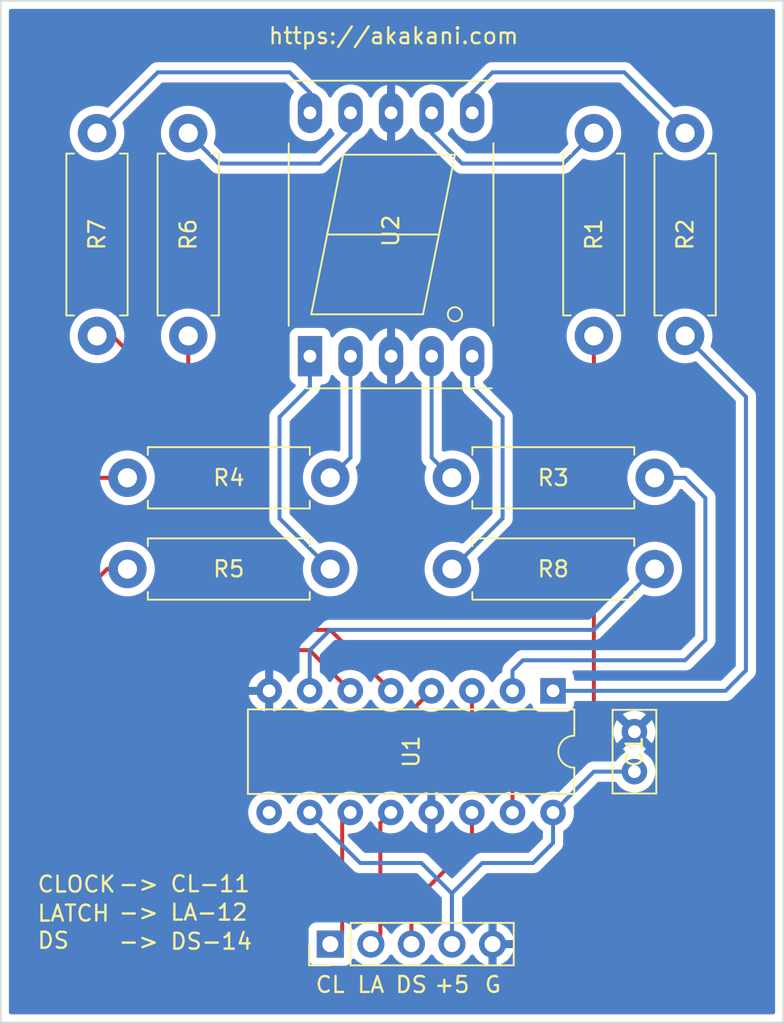
<source format=kicad_pcb>
(kicad_pcb (version 20211014) (generator pcbnew)
  (layers (0 "F.Cu" signal) (31 "B.Cu" signal) (36 "B.SilkS" user "B.Silkscreen") (37 "F.SilkS" user "F.Silkscreen") (38 "B.Mask" user) (39 "F.Mask" user) (44 "Edge.Cuts" user))
  (net 0 "")
  (net 1 "Net-(R2-Pad2)")
  (net 2 "Net-(R3-Pad2)")
  (net 3 "Net-(R4-Pad2)")
  (net 4 "Net-(R5-Pad2)")
  (net 5 "Net-(R6-Pad2)")
  (net 6 "Net-(R7-Pad2)")
  (net 7 "Net-(R8-Pad2)")
  (net 8 "GND")
  (net 10 "Net-(C1-Pad1)")
  (net 11 "Net-(R1-Pad2)")
  (net 12 "Net-(R5-Pad1)")
  (net 13 "Net-(R4-Pad1)")
  (net 14 "Net-(R3-Pad1)")
  (net 15 "Net-(R8-Pad1)")
  (net 16 "Net-(R2-Pad1)")
  (net 17 "Net-(R1-Pad1)")
  (net 18 "Net-(R6-Pad1)")
  (net 19 "Net-(R7-Pad1)")
  (net 20 "Net-(J1-Pad1)")
  (net 21 "Net-(J1-Pad2)")
  (net 22 "Net-(J1-Pad3)")
  (footprint "Capacitor_THT:C_Disc_D5.0mm_W2.5mm_P2.50mm" (layer "F.Cu") (at 157.48 74.285 90)
    (fp_text reference "C1" (at 1.25 0 90) (layer "F.SilkS"))
    (fp_text value "0.1uF" hide)
    (fp_line (start -1.37 -1.37) (end -1.37 1.37) (layer "F.SilkS") (width 0.12))
    (fp_line (start -1.37 1.37) (end 3.87 1.37) (layer "F.SilkS") (width 0.12))
    (fp_line (start 3.87 -1.37) (end 3.87 1.37) (layer "F.SilkS") (width 0.12))
    (fp_line (start -1.37 -1.37) (end 3.87 -1.37) (layer "F.SilkS") (width 0.12))
    (pad "1" thru_hole circle (at 0 0 90) (size 1.6 1.6) (drill 0.8) (layers *.Cu *.Mask) (net 10 "Net-(C1-Pad1)"))
    (pad "2" thru_hole circle (at 2.5 0 90) (size 1.6 1.6) (drill 0.8) (layers *.Cu *.Mask) (net 8 "GND"))
  )
  (footprint "Resistor_THT:R_Axial_DIN0411_L9.9mm_D3.6mm_P12.70mm_Horizontal" (layer "F.Cu") (at 160.655 34.29 -90)
    (fp_text reference "R2" (at 6.35 0 90) (layer "F.SilkS"))
    (fp_text value "3.3K" hide)
    (fp_line (start 1.28 -1.44) (end 1.28 -1.92) (layer "F.SilkS") (width 0.12))
    (fp_line (start 11.42 -1.92) (end 11.42 -1.44) (layer "F.SilkS") (width 0.12))
    (fp_line (start 11.42 1.92) (end 11.42 1.44) (layer "F.SilkS") (width 0.12))
    (fp_line (start 1.28 1.44) (end 1.28 1.92) (layer "F.SilkS") (width 0.12))
    (fp_line (start 1.28 -1.92) (end 11.42 -1.92) (layer "F.SilkS") (width 0.12))
    (fp_line (start 1.28 1.92) (end 11.42 1.92) (layer "F.SilkS") (width 0.12))
    (pad "1" thru_hole circle (at 0 0 270) (size 2.4 2.4) (drill 1.2) (layers *.Cu *.Mask) (net 16 "Net-(R2-Pad1)"))
    (pad "2" thru_hole oval (at 12.7 0 270) (size 2.4 2.4) (drill 1.2) (layers *.Cu *.Mask) (net 1 "Net-(R2-Pad2)"))
  )
  (footprint "Resistor_THT:R_Axial_DIN0411_L9.9mm_D3.6mm_P12.70mm_Horizontal" (layer "F.Cu") (at 129.54 34.29 -90)
    (fp_text reference "R6" (at 6.35 0 90) (layer "F.SilkS"))
    (fp_text value "3.3K" hide)
    (fp_line (start 1.28 1.44) (end 1.28 1.92) (layer "F.SilkS") (width 0.12))
    (fp_line (start 11.42 -1.92) (end 11.42 -1.44) (layer "F.SilkS") (width 0.12))
    (fp_line (start 1.28 1.92) (end 11.42 1.92) (layer "F.SilkS") (width 0.12))
    (fp_line (start 11.42 1.92) (end 11.42 1.44) (layer "F.SilkS") (width 0.12))
    (fp_line (start 1.28 -1.92) (end 11.42 -1.92) (layer "F.SilkS") (width 0.12))
    (fp_line (start 1.28 -1.44) (end 1.28 -1.92) (layer "F.SilkS") (width 0.12))
    (pad "1" thru_hole circle (at 0 0 270) (size 2.4 2.4) (drill 1.2) (layers *.Cu *.Mask) (net 18 "Net-(R6-Pad1)"))
    (pad "2" thru_hole oval (at 12.7 0 270) (size 2.4 2.4) (drill 1.2) (layers *.Cu *.Mask) (net 5 "Net-(R6-Pad2)"))
  )
  (footprint "Display_7Segment:7SegmentLED_LTS6760_LTS6780" (layer "F.Cu") (at 137.16 48.26 90)
    (fp_text reference "U2" (at 7.85 5.07 90) (layer "F.SilkS"))
    (fp_text value "D148K" hide)
    (fp_line (start 2.62 0.08) (end 2.62 7.08) (layer "F.SilkS") (width 0.12))
    (fp_line (start 17.255 11.38) (end 17.255 -1.22) (layer "F.SilkS") (width 0.12))
    (fp_line (start 7.62 1.08) (end 2.62 0.08) (layer "F.SilkS") (width 0.12))
    (fp_line (start 12.62 2.08) (end 7.62 1.08) (layer "F.SilkS") (width 0.12))
    (fp_line (start -2.015 -0.22) (end -2.015 11.38) (layer "F.SilkS") (width 0.12))
    (fp_line (start 1.905 -1.33) (end 13.335 -1.33) (layer "F.SilkS") (width 0.12))
    (fp_line (start 1.905 11.49) (end 13.335 11.49) (layer "F.SilkS") (width 0.12))
    (fp_line (start 7.62 8.08) (end 7.62 1.08) (layer "F.SilkS") (width 0.12))
    (fp_line (start 12.62 2.08) (end 12.62 9.08) (layer "F.SilkS") (width 0.12))
    (fp_line (start 12.62 9.08) (end 7.62 8.08) (layer "F.SilkS") (width 0.12))
    (fp_line (start 2.62 7.08) (end 7.62 8.08) (layer "F.SilkS") (width 0.12))
    (fp_circle (center 2.62 9.08) (end 3.067214 9.08) (layer "F.SilkS") (width 0.12) (fill none))
    (pad "1" thru_hole rect (at 0 0) (size 1.524 2.524) (drill 0.8) (layers *.Cu *.Mask) (net 12 "Net-(R5-Pad1)"))
    (pad "2" thru_hole oval (at 0 2.54) (size 1.524 2.524) (drill 0.8) (layers *.Cu *.Mask) (net 13 "Net-(R4-Pad1)"))
    (pad "3" thru_hole oval (at 0 5.08) (size 1.524 2.524) (drill 0.8) (layers *.Cu *.Mask) (net 8 "GND"))
    (pad "4" thru_hole oval (at 0 7.62) (size 1.524 2.524) (drill 0.8) (layers *.Cu *.Mask) (net 14 "Net-(R3-Pad1)"))
    (pad "5" thru_hole oval (at 0 10.16) (size 1.524 2.524) (drill 0.8) (layers *.Cu *.Mask) (net 15 "Net-(R8-Pad1)"))
    (pad "6" thru_hole oval (at 15.24 10.16) (size 1.524 2.524) (drill 0.8) (layers *.Cu *.Mask) (net 16 "Net-(R2-Pad1)"))
    (pad "7" thru_hole oval (at 15.24 7.62) (size 1.524 2.524) (drill 0.8) (layers *.Cu *.Mask) (net 17 "Net-(R1-Pad1)"))
    (pad "8" thru_hole oval (at 15.24 5.08) (size 1.524 2.524) (drill 0.8) (layers *.Cu *.Mask) (net 8 "GND"))
    (pad "9" thru_hole oval (at 15.24 2.54) (size 1.524 2.524) (drill 0.8) (layers *.Cu *.Mask) (net 18 "Net-(R6-Pad1)"))
    (pad "10" thru_hole oval (at 15.24 0) (size 1.524 2.524) (drill 0.8) (layers *.Cu *.Mask) (net 19 "Net-(R7-Pad1)"))
  )
  (footprint "Resistor_THT:R_Axial_DIN0411_L9.9mm_D3.6mm_P12.70mm_Horizontal" (layer "F.Cu") (at 138.43 55.88 180)
    (fp_text reference "R4" (at 6.35 0) (layer "F.SilkS"))
    (fp_text value "3.3K" hide)
    (fp_line (start 1.28 -1.92) (end 11.42 -1.92) (layer "F.SilkS") (width 0.12))
    (fp_line (start 11.42 1.92) (end 11.42 1.44) (layer "F.SilkS") (width 0.12))
    (fp_line (start 1.28 1.92) (end 11.42 1.92) (layer "F.SilkS") (width 0.12))
    (fp_line (start 11.42 -1.92) (end 11.42 -1.44) (layer "F.SilkS") (width 0.12))
    (fp_line (start 1.28 1.44) (end 1.28 1.92) (layer "F.SilkS") (width 0.12))
    (fp_line (start 1.28 -1.44) (end 1.28 -1.92) (layer "F.SilkS") (width 0.12))
    (pad "1" thru_hole circle (at 0 0 180) (size 2.4 2.4) (drill 1.2) (layers *.Cu *.Mask) (net 13 "Net-(R4-Pad1)"))
    (pad "2" thru_hole oval (at 12.7 0 180) (size 2.4 2.4) (drill 1.2) (layers *.Cu *.Mask) (net 3 "Net-(R4-Pad2)"))
  )
  (footprint "Package_DIP:DIP-16_W7.62mm" (layer "F.Cu") (at 152.385 69.225 -90)
    (fp_text reference "U1" (at 3.81 8.875 90) (layer "F.SilkS"))
    (fp_text value "74HC595" hide)
    (fp_line (start 6.46 -1.33) (end 4.81 -1.33) (layer "F.SilkS") (width 0.12))
    (fp_line (start 1.16 19.11) (end 6.46 19.11) (layer "F.SilkS") (width 0.12))
    (fp_line (start 6.46 19.11) (end 6.46 -1.33) (layer "F.SilkS") (width 0.12))
    (fp_line (start 2.81 -1.33) (end 1.16 -1.33) (layer "F.SilkS") (width 0.12))
    (fp_line (start 1.16 -1.33) (end 1.16 19.11) (layer "F.SilkS") (width 0.12))
    (fp_arc (start 4.81 -1.33) (mid 3.81 -0.33) (end 2.81 -1.33) (layer "F.SilkS") (width 0.12))
    (pad "1" thru_hole rect (at 0 0 270) (size 1.6 1.6) (drill 0.8) (layers *.Cu *.Mask) (net 1 "Net-(R2-Pad2)"))
    (pad "2" thru_hole oval (at 0 2.54 270) (size 1.6 1.6) (drill 0.8) (layers *.Cu *.Mask) (net 2 "Net-(R3-Pad2)"))
    (pad "3" thru_hole oval (at 0 5.08 270) (size 1.6 1.6) (drill 0.8) (layers *.Cu *.Mask) (net 3 "Net-(R4-Pad2)"))
    (pad "4" thru_hole oval (at 0 7.62 270) (size 1.6 1.6) (drill 0.8) (layers *.Cu *.Mask) (net 4 "Net-(R5-Pad2)"))
    (pad "5" thru_hole oval (at 0 10.16 270) (size 1.6 1.6) (drill 0.8) (layers *.Cu *.Mask) (net 5 "Net-(R6-Pad2)"))
    (pad "6" thru_hole oval (at 0 12.7 270) (size 1.6 1.6) (drill 0.8) (layers *.Cu *.Mask) (net 6 "Net-(R7-Pad2)"))
    (pad "7" thru_hole oval (at 0 15.24 270) (size 1.6 1.6) (drill 0.8) (layers *.Cu *.Mask) (net 7 "Net-(R8-Pad2)"))
    (pad "8" thru_hole oval (at 0 17.78 270) (size 1.6 1.6) (drill 0.8) (layers *.Cu *.Mask) (net 8 "GND"))
    (pad "9" thru_hole oval (at 7.62 17.78 270) (size 1.6 1.6) (drill 0.8) (layers *.Cu *.Mask))
    (pad "10" thru_hole oval (at 7.62 15.24 270) (size 1.6 1.6) (drill 0.8) (layers *.Cu *.Mask) (net 10 "Net-(C1-Pad1)"))
    (pad "11" thru_hole oval (at 7.62 12.7 270) (size 1.6 1.6) (drill 0.8) (layers *.Cu *.Mask) (net 20 "Net-(J1-Pad1)"))
    (pad "12" thru_hole oval (at 7.62 10.16 270) (size 1.6 1.6) (drill 0.8) (layers *.Cu *.Mask) (net 21 "Net-(J1-Pad2)"))
    (pad "13" thru_hole oval (at 7.62 7.62 270) (size 1.6 1.6) (drill 0.8) (layers *.Cu *.Mask) (net 8 "GND"))
    (pad "14" thru_hole oval (at 7.62 5.08 270) (size 1.6 1.6) (drill 0.8) (layers *.Cu *.Mask) (net 22 "Net-(J1-Pad3)"))
    (pad "15" thru_hole oval (at 7.62 2.54 270) (size 1.6 1.6) (drill 0.8) (layers *.Cu *.Mask) (net 11 "Net-(R1-Pad2)"))
    (pad "16" thru_hole oval (at 7.62 0 270) (size 1.6 1.6) (drill 0.8) (layers *.Cu *.Mask) (net 10 "Net-(C1-Pad1)"))
  )
  (footprint "Resistor_THT:R_Axial_DIN0411_L9.9mm_D3.6mm_P12.70mm_Horizontal" (layer "F.Cu") (at 146.05 55.88)
    (fp_text reference "R3" (at 6.35 0) (layer "F.SilkS"))
    (fp_text value "3.3K" hide)
    (fp_line (start 11.42 1.92) (end 11.42 1.44) (layer "F.SilkS") (width 0.12))
    (fp_line (start 1.28 -1.92) (end 11.42 -1.92) (layer "F.SilkS") (width 0.12))
    (fp_line (start 1.28 -1.44) (end 1.28 -1.92) (layer "F.SilkS") (width 0.12))
    (fp_line (start 1.28 1.92) (end 11.42 1.92) (layer "F.SilkS") (width 0.12))
    (fp_line (start 1.28 1.44) (end 1.28 1.92) (layer "F.SilkS") (width 0.12))
    (fp_line (start 11.42 -1.92) (end 11.42 -1.44) (layer "F.SilkS") (width 0.12))
    (pad "1" thru_hole circle (at 0 0) (size 2.4 2.4) (drill 1.2) (layers *.Cu *.Mask) (net 14 "Net-(R3-Pad1)"))
    (pad "2" thru_hole oval (at 12.7 0) (size 2.4 2.4) (drill 1.2) (layers *.Cu *.Mask) (net 2 "Net-(R3-Pad2)"))
  )
  (footprint "Connector_PinHeader_2.54mm:PinHeader_1x05_P2.54mm_Vertical" (layer "F.Cu") (at 138.435 85.09 90)
    (fp_text reference "J1" hide)
    (fp_text value "Conn_01x05_Male" hide)
    (fp_line (start -1.33 0) (end -1.33 -1.33) (layer "F.SilkS") (width 0.12))
    (fp_line (start -1.33 -1.33) (end 0 -1.33) (layer "F.SilkS") (width 0.12))
    (fp_line (start -1.33 1.27) (end -1.33 11.49) (layer "F.SilkS") (width 0.12))
    (fp_line (start -1.33 11.49) (end 1.33 11.49) (layer "F.SilkS") (width 0.12))
    (fp_line (start -1.33 1.27) (end 1.33 1.27) (layer "F.SilkS") (width 0.12))
    (fp_line (start 1.33 1.27) (end 1.33 11.49) (layer "F.SilkS") (width 0.12))
    (pad "1" thru_hole rect (at 0 0 90) (size 1.7 1.7) (drill 1) (layers *.Cu *.Mask) (net 20 "Net-(J1-Pad1)"))
    (pad "2" thru_hole oval (at 0 2.54 90) (size 1.7 1.7) (drill 1) (layers *.Cu *.Mask) (net 21 "Net-(J1-Pad2)"))
    (pad "3" thru_hole oval (at 0 5.08 90) (size 1.7 1.7) (drill 1) (layers *.Cu *.Mask) (net 22 "Net-(J1-Pad3)"))
    (pad "4" thru_hole oval (at 0 7.62 90) (size 1.7 1.7) (drill 1) (layers *.Cu *.Mask) (net 10 "Net-(C1-Pad1)"))
    (pad "5" thru_hole oval (at 0 10.16 90) (size 1.7 1.7) (drill 1) (layers *.Cu *.Mask) (net 8 "GND"))
  )
  (footprint "Resistor_THT:R_Axial_DIN0411_L9.9mm_D3.6mm_P12.70mm_Horizontal" (layer "F.Cu") (at 154.94 34.29 -90)
    (fp_text reference "R1" (at 6.35 0 90) (layer "F.SilkS"))
    (fp_text value "3.3K" hide)
    (fp_line (start 1.28 1.44) (end 1.28 1.92) (layer "F.SilkS") (width 0.12))
    (fp_line (start 11.42 -1.92) (end 11.42 -1.44) (layer "F.SilkS") (width 0.12))
    (fp_line (start 1.28 -1.92) (end 11.42 -1.92) (layer "F.SilkS") (width 0.12))
    (fp_line (start 1.28 1.92) (end 11.42 1.92) (layer "F.SilkS") (width 0.12))
    (fp_line (start 1.28 -1.44) (end 1.28 -1.92) (layer "F.SilkS") (width 0.12))
    (fp_line (start 11.42 1.92) (end 11.42 1.44) (layer "F.SilkS") (width 0.12))
    (pad "1" thru_hole circle (at 0 0 270) (size 2.4 2.4) (drill 1.2) (layers *.Cu *.Mask) (net 17 "Net-(R1-Pad1)"))
    (pad "2" thru_hole oval (at 12.7 0 270) (size 2.4 2.4) (drill 1.2) (layers *.Cu *.Mask) (net 11 "Net-(R1-Pad2)"))
  )
  (footprint "Resistor_THT:R_Axial_DIN0411_L9.9mm_D3.6mm_P12.70mm_Horizontal" (layer "F.Cu") (at 146.05 61.595)
    (fp_text reference "R8" (at 6.35 0) (layer "F.SilkS"))
    (fp_text value "3.3K" hide)
    (fp_line (start 1.28 1.44) (end 1.28 1.92) (layer "F.SilkS") (width 0.12))
    (fp_line (start 11.42 1.92) (end 11.42 1.44) (layer "F.SilkS") (width 0.12))
    (fp_line (start 11.42 -1.92) (end 11.42 -1.44) (layer "F.SilkS") (width 0.12))
    (fp_line (start 1.28 -1.44) (end 1.28 -1.92) (layer "F.SilkS") (width 0.12))
    (fp_line (start 1.28 1.92) (end 11.42 1.92) (layer "F.SilkS") (width 0.12))
    (fp_line (start 1.28 -1.92) (end 11.42 -1.92) (layer "F.SilkS") (width 0.12))
    (pad "1" thru_hole circle (at 0 0) (size 2.4 2.4) (drill 1.2) (layers *.Cu *.Mask) (net 15 "Net-(R8-Pad1)"))
    (pad "2" thru_hole oval (at 12.7 0) (size 2.4 2.4) (drill 1.2) (layers *.Cu *.Mask) (net 7 "Net-(R8-Pad2)"))
  )
  (footprint "Resistor_THT:R_Axial_DIN0411_L9.9mm_D3.6mm_P12.70mm_Horizontal" (layer "F.Cu") (at 123.825 34.29 -90)
    (fp_text reference "R7" (at 6.35 0 90) (layer "F.SilkS"))
    (fp_text value "3.3K" hide)
    (fp_line (start 1.28 1.44) (end 1.28 1.92) (layer "F.SilkS") (width 0.12))
    (fp_line (start 11.42 -1.92) (end 11.42 -1.44) (layer "F.SilkS") (width 0.12))
    (fp_line (start 11.42 1.92) (end 11.42 1.44) (layer "F.SilkS") (width 0.12))
    (fp_line (start 1.28 -1.44) (end 1.28 -1.92) (layer "F.SilkS") (width 0.12))
    (fp_line (start 1.28 -1.92) (end 11.42 -1.92) (layer "F.SilkS") (width 0.12))
    (fp_line (start 1.28 1.92) (end 11.42 1.92) (layer "F.SilkS") (width 0.12))
    (pad "1" thru_hole circle (at 0 0 270) (size 2.4 2.4) (drill 1.2) (layers *.Cu *.Mask) (net 19 "Net-(R7-Pad1)"))
    (pad "2" thru_hole oval (at 12.7 0 270) (size 2.4 2.4) (drill 1.2) (layers *.Cu *.Mask) (net 6 "Net-(R7-Pad2)"))
  )
  (footprint "Resistor_THT:R_Axial_DIN0411_L9.9mm_D3.6mm_P12.70mm_Horizontal" (layer "F.Cu") (at 138.43 61.595 180)
    (fp_text reference "R5" (at 6.35 0) (layer "F.SilkS"))
    (fp_text value "3.3K" hide)
    (fp_line (start 11.42 1.92) (end 11.42 1.44) (layer "F.SilkS") (width 0.12))
    (fp_line (start 11.42 -1.92) (end 11.42 -1.44) (layer "F.SilkS") (width 0.12))
    (fp_line (start 1.28 -1.92) (end 11.42 -1.92) (layer "F.SilkS") (width 0.12))
    (fp_line (start 1.28 1.92) (end 11.42 1.92) (layer "F.SilkS") (width 0.12))
    (fp_line (start 1.28 1.44) (end 1.28 1.92) (layer "F.SilkS") (width 0.12))
    (fp_line (start 1.28 -1.44) (end 1.28 -1.92) (layer "F.SilkS") (width 0.12))
    (pad "1" thru_hole circle (at 0 0 180) (size 2.4 2.4) (drill 1.2) (layers *.Cu *.Mask) (net 12 "Net-(R5-Pad1)"))
    (pad "2" thru_hole oval (at 12.7 0 180) (size 2.4 2.4) (drill 1.2) (layers *.Cu *.Mask) (net 4 "Net-(R5-Pad2)"))
  )
  (gr_rect (start 117.8 26) (end 166.8 90) (layer "Edge.Cuts") (width 0.1) (fill none))
  (gr_text "-> DS-14" (at 125.095 84.92) (layer "F.SilkS") (effects (font (size 1 1)) (justify left)))
  (gr_text "-> CL-11" (at 125.095 81.32) (layer "F.SilkS") (effects (font (size 1 1)) (justify left)))
  (gr_text "CL" (at 138.43 87.63) (layer "F.SilkS") (effects (font (size 1 1))))
  (gr_text "LA" (at 140.97 87.63) (layer "F.SilkS") (effects (font (size 1 1))))
  (gr_text "-> LA-12" (at 125.095 83.1) (layer "F.SilkS") (effects (font (size 1 1)) (justify left)))
  (gr_text "DS" (at 143.51 87.63) (layer "F.SilkS") (effects (font (size 1 1) (thickness 0.153))))
  (gr_text "G" (at 148.62 87.63) (layer "F.SilkS") (effects (font (size 1 1))))
  (gr_text "+5" (at 146.05 87.63) (layer "F.SilkS") (effects (font (size 1 1))))
  (gr_text "LATCH" (at 120.015 83.16) (layer "F.SilkS") (effects (font (size 1 1)) (justify left)))
  (gr_text "CLOCK" (at 120.015 81.34) (layer "F.SilkS") (effects (font (size 1 1)) (justify left)))
  (gr_text "https://akakani.com" (at 142.4 28.2) (layer "F.SilkS") (effects (font (size 1 1))))
  (gr_text "DS" (at 120.015 84.86) (layer "F.SilkS") (effects (font (size 1 1)) (justify left)))
  (segment (start 164.465 67.945) (end 163.185 69.225) (width 0.25) (layer "B.Cu") (net 1))
  (segment (start 164.465 50.8) (end 164.465 67.945) (width 0.25) (layer "B.Cu") (net 1))
  (segment (start 163.185 69.225) (end 152.385 69.225) (width 0.25) (layer "B.Cu") (net 1))
  (segment (start 160.655 46.99) (end 164.465 50.8) (width 0.25) (layer "B.Cu") (net 1))
  (segment (start 150.495 67.31) (end 149.845 67.96) (width 0.25) (layer "B.Cu") (net 2))
  (segment (start 160.655 55.88) (end 161.925 57.15) (width 0.25) (layer "B.Cu") (net 2))
  (segment (start 158.75 55.88) (end 160.655 55.88) (width 0.25) (layer "B.Cu") (net 2))
  (segment (start 149.845 67.96) (end 149.845 69.225) (width 0.25) (layer "B.Cu") (net 2))
  (segment (start 161.925 57.15) (end 161.925 66.04) (width 0.25) (layer "B.Cu") (net 2))
  (segment (start 160.655 67.31) (end 150.495 67.31) (width 0.25) (layer "B.Cu") (net 2))
  (segment (start 161.925 66.04) (end 160.655 67.31) (width 0.25) (layer "B.Cu") (net 2))
  (segment (start 122.555 72.39) (end 122.555 56.515) (width 0.25) (layer "F.Cu") (net 3))
  (segment (start 147.305 71.77) (end 146.05 73.025) (width 0.25) (layer "F.Cu") (net 3))
  (segment (start 146.05 73.025) (end 123.19 73.025) (width 0.25) (layer "F.Cu") (net 3))
  (segment (start 147.305 69.225) (end 147.305 71.77) (width 0.25) (layer "F.Cu") (net 3))
  (segment (start 122.555 56.515) (end 123.19 55.88) (width 0.25) (layer "F.Cu") (net 3))
  (segment (start 123.19 55.88) (end 125.73 55.88) (width 0.25) (layer "F.Cu") (net 3))
  (segment (start 123.19 73.025) (end 122.555 72.39) (width 0.25) (layer "F.Cu") (net 3))
  (segment (start 124.46 61.595) (end 123.825 62.23) (width 0.25) (layer "F.Cu") (net 4))
  (segment (start 142.235 71.755) (end 144.765 69.225) (width 0.25) (layer "F.Cu") (net 4))
  (segment (start 125.73 61.595) (end 124.46 61.595) (width 0.25) (layer "F.Cu") (net 4))
  (segment (start 123.825 62.23) (end 123.825 71.12) (width 0.25) (layer "F.Cu") (net 4))
  (segment (start 124.46 71.755) (end 142.235 71.755) (width 0.25) (layer "F.Cu") (net 4))
  (segment (start 123.825 71.12) (end 124.46 71.755) (width 0.25) (layer "F.Cu") (net 4))
  (segment (start 132.08 65.405) (end 138.43 65.405) (width 0.25) (layer "F.Cu") (net 5))
  (segment (start 129.54 62.865) (end 132.08 65.405) (width 0.25) (layer "F.Cu") (net 5))
  (segment (start 142.225 69.2) (end 142.225 69.225) (width 0.25) (layer "F.Cu") (net 5))
  (segment (start 138.43 65.405) (end 142.225 69.2) (width 0.25) (layer "F.Cu") (net 5))
  (segment (start 129.54 46.99) (end 129.54 62.865) (width 0.25) (layer "F.Cu") (net 5))
  (segment (start 137.135 66.675) (end 139.685 69.225) (width 0.25) (layer "F.Cu") (net 6))
  (segment (start 124.79 46.99) (end 128.33 50.53) (width 0.25) (layer "F.Cu") (net 6))
  (segment (start 131.444283 66.675) (end 137.135 66.675) (width 0.25) (layer "F.Cu") (net 6))
  (segment (start 128.33 63.560717) (end 131.444283 66.675) (width 0.25) (layer "F.Cu") (net 6))
  (segment (start 123.825 46.99) (end 124.79 46.99) (width 0.25) (layer "F.Cu") (net 6))
  (segment (start 128.33 50.53) (end 128.33 63.560717) (width 0.25) (layer "F.Cu") (net 6))
  (segment (start 137.145 69.225) (end 137.145 66.69) (width 0.25) (layer "B.Cu") (net 7))
  (segment (start 154.94 65.405) (end 158.75 61.595) (width 0.25) (layer "B.Cu") (net 7))
  (segment (start 138.43 65.405) (end 154.94 65.405) (width 0.25) (layer "B.Cu") (net 7))
  (segment (start 137.145 66.69) (end 138.43 65.405) (width 0.25) (layer "B.Cu") (net 7))
  (segment (start 151.12875 80.01) (end 147.955 80.01) (width 0.25) (layer "B.Cu") (net 10))
  (segment (start 152.385 78.75375) (end 151.12875 80.01) (width 0.25) (layer "B.Cu") (net 10))
  (segment (start 146.055 81.92) (end 146.055 85.09) (width 0.25) (layer "B.Cu") (net 10))
  (segment (start 144.145 80.01) (end 146.055 81.92) (width 0.25) (layer "B.Cu") (net 10))
  (segment (start 154.945 74.285) (end 157.48 74.285) (width 0.25) (layer "B.Cu") (net 10))
  (segment (start 146.055 81.91) (end 146.055 85.09) (width 0.25) (layer "B.Cu") (net 10))
  (segment (start 140.31 80.01) (end 144.145 80.01) (width 0.25) (layer "B.Cu") (net 10))
  (segment (start 152.385 76.845) (end 154.945 74.285) (width 0.25) (layer "B.Cu") (net 10))
  (segment (start 147.955 80.01) (end 146.055 81.91) (width 0.25) (layer "B.Cu") (net 10))
  (segment (start 152.385 76.845) (end 152.385 78.75375) (width 0.25) (layer "B.Cu") (net 10))
  (segment (start 137.145 76.845) (end 140.31 80.01) (width 0.25) (layer "B.Cu") (net 10))
  (segment (start 153.035 73.66) (end 154.94 71.755) (width 0.25) (layer "F.Cu") (net 11))
  (segment (start 149.845 76.845) (end 149.845 74.31) (width 0.25) (layer "F.Cu") (net 11))
  (segment (start 149.845 74.31) (end 150.495 73.66) (width 0.25) (layer "F.Cu") (net 11))
  (segment (start 150.495 73.66) (end 153.035 73.66) (width 0.25) (layer "F.Cu") (net 11))
  (segment (start 154.94 71.755) (end 154.94 46.99) (width 0.25) (layer "F.Cu") (net 11))
  (segment (start 137.16 50.165) (end 135.255 52.07) (width 0.25) (layer "B.Cu") (net 12))
  (segment (start 137.16 48.26) (end 137.16 50.165) (width 0.25) (layer "B.Cu") (net 12))
  (segment (start 135.255 58.42) (end 138.43 61.595) (width 0.25) (layer "B.Cu") (net 12))
  (segment (start 135.255 52.07) (end 135.255 58.42) (width 0.25) (layer "B.Cu") (net 12))
  (segment (start 139.7 54.61) (end 139.7 48.26) (width 0.25) (layer "B.Cu") (net 13))
  (segment (start 138.43 55.88) (end 139.7 54.61) (width 0.25) (layer "B.Cu") (net 13))
  (segment (start 146.05 55.88) (end 144.78 54.61) (width 0.25) (layer "B.Cu") (net 14))
  (segment (start 144.78 54.61) (end 144.78 48.26) (width 0.25) (layer "B.Cu") (net 14))
  (segment (start 149.225 52.07) (end 149.225 58.42) (width 0.25) (layer "B.Cu") (net 15))
  (segment (start 149.225 58.42) (end 146.05 61.595) (width 0.25) (layer "B.Cu") (net 15))
  (segment (start 147.32 48.26) (end 147.32 50.165) (width 0.25) (layer "B.Cu") (net 15))
  (segment (start 147.32 50.165) (end 149.225 52.07) (width 0.25) (layer "B.Cu") (net 15))
  (segment (start 156.845 30.48) (end 148.59 30.48) (width 0.25) (layer "B.Cu") (net 16))
  (segment (start 148.59 30.48) (end 147.32 31.75) (width 0.25) (layer "B.Cu") (net 16))
  (segment (start 147.32 31.75) (end 147.32 33.02) (width 0.25) (layer "B.Cu") (net 16))
  (segment (start 160.655 34.29) (end 156.845 30.48) (width 0.25) (layer "B.Cu") (net 16))
  (segment (start 153.035 36.195) (end 146.685 36.195) (width 0.25) (layer "B.Cu") (net 17))
  (segment (start 146.685 36.195) (end 144.78 34.29) (width 0.25) (layer "B.Cu") (net 17))
  (segment (start 154.94 34.29) (end 153.035 36.195) (width 0.25) (layer "B.Cu") (net 17))
  (segment (start 144.78 34.29) (end 144.78 33.02) (width 0.25) (layer "B.Cu") (net 17))
  (segment (start 131.445 36.195) (end 137.795 36.195) (width 0.25) (layer "B.Cu") (net 18))
  (segment (start 137.795 36.195) (end 139.7 34.29) (width 0.25) (layer "B.Cu") (net 18))
  (segment (start 129.54 34.29) (end 131.445 36.195) (width 0.25) (layer "B.Cu") (net 18))
  (segment (start 139.7 34.29) (end 139.7 33.02) (width 0.25) (layer "B.Cu") (net 18))
  (segment (start 123.825 34.29) (end 127.635 30.48) (width 0.25) (layer "B.Cu") (net 19))
  (segment (start 137.16 31.75) (end 137.16 33.02) (width 0.25) (layer "B.Cu") (net 19))
  (segment (start 127.635 30.48) (end 135.89 30.48) (width 0.25) (layer "B.Cu") (net 19))
  (segment (start 135.89 30.48) (end 137.16 31.75) (width 0.25) (layer "B.Cu") (net 19))
  (segment (start 139.18 77.35) (end 139.685 76.845) (width 0.25) (layer "F.Cu") (net 20))
  (segment (start 138.435 85.09) (end 139.18 84.345) (width 0.25) (layer "F.Cu") (net 20))
  (segment (start 139.18 84.345) (end 139.18 77.35) (width 0.25) (layer "F.Cu") (net 20))
  (segment (start 141.57 77.5) (end 142.225 76.845) (width 0.25) (layer "F.Cu") (net 21))
  (segment (start 141.57 84.495) (end 141.57 77.5) (width 0.25) (layer "F.Cu") (net 21))
  (segment (start 140.975 85.09) (end 141.57 84.495) (width 0.25) (layer "F.Cu") (net 21))
  (segment (start 143.515 82.575) (end 147.305 78.785) (width 0.25) (layer "F.Cu") (net 22))
  (segment (start 143.515 85.09) (end 143.515 82.575) (width 0.25) (layer "F.Cu") (net 22))
  (segment (start 147.305 78.785) (end 147.305 76.845) (width 0.25) (layer "F.Cu") (net 22))
  (zone (net 8) (net_name "GND") (layer "B.Cu") (connect_pads (clearance 0.508)) (min_thickness 0.254) (fill yes (thermal_gap 0.508) (thermal_bridge_width 0.508))
    (polygon (pts (xy 166.8 89.99) (xy 117.8 89.99) (xy 117.81 26.03) (xy 166.8 26.01)))
  )
)
</source>
